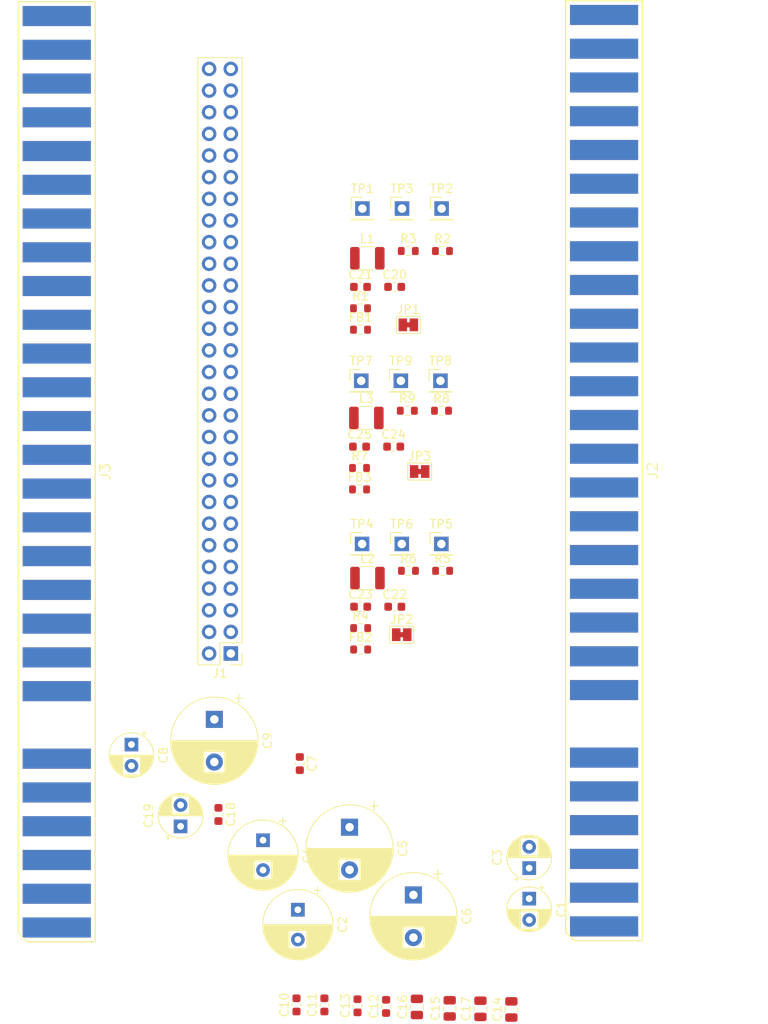
<source format=kicad_pcb>
(kicad_pcb (version 20201002) (generator pcbnew)
  (layers (0 "F.Cu" signal) (31 "B.Cu" signal) (34 "B.Paste" user) (35 "F.Paste" user) (36 "B.SilkS" user "B.Silkscreen") (37 "F.SilkS" user "F.Silkscreen") (38 "B.Mask" user) (39 "F.Mask" user) (44 "Edge.Cuts" user))
  (net 0 "")
  (net 1 "/VideoGnd")
  (net 2 "/VidRedIn")
  (net 3 "/VidRed")
  (net 4 "/VidGreenIn")
  (net 5 "/VidGreen")
  (net 6 "/VidBlueIn")
  (net 7 "/VidBlue")
  (net 8 "GND")
  (net 9 "+12V")
  (net 10 "+5V")
  (net 11 "-5V")
  (net 12 "Net-(J1-Pad56)")
  (net 13 "Net-(J1-Pad55)")
  (net 14 "Net-(J1-Pad54)")
  (net 15 "Net-(J1-Pad53)")
  (net 16 "Net-(J1-Pad52)")
  (net 17 "Net-(J1-Pad51)")
  (net 18 "Net-(J1-Pad50)")
  (net 19 "Net-(J1-Pad49)")
  (net 20 "Net-(J1-Pad48)")
  (net 21 "Net-(J1-Pad47)")
  (net 22 "Net-(J1-Pad46)")
  (net 23 "Net-(J1-Pad45)")
  (net 24 "Net-(J1-Pad44)")
  (net 25 "Net-(J1-Pad43)")
  (net 26 "Net-(J1-Pad42)")
  (net 27 "Net-(J1-Pad41)")
  (net 28 "Net-(J1-Pad40)")
  (net 29 "Net-(J1-Pad39)")
  (net 30 "Net-(J1-Pad38)")
  (net 31 "Net-(J1-Pad37)")
  (net 32 "Net-(J1-Pad36)")
  (net 33 "Net-(J1-Pad35)")
  (net 34 "Net-(J1-Pad34)")
  (net 35 "Net-(J1-Pad33)")
  (net 36 "Net-(J1-Pad32)")
  (net 37 "Net-(J1-Pad31)")
  (net 38 "Net-(J1-Pad30)")
  (net 39 "Net-(J1-Pad29)")
  (net 40 "Net-(J1-Pad28)")
  (net 41 "Net-(J1-Pad26)")
  (net 42 "Net-(J1-Pad22)")
  (net 43 "Net-(J1-Pad21)")
  (net 44 "Net-(J1-Pad20)")
  (net 45 "Net-(J1-Pad19)")
  (net 46 "Net-(J1-Pad18)")
  (net 47 "Net-(J1-Pad17)")
  (net 48 "Net-(J1-Pad16)")
  (net 49 "Net-(J1-Pad15)")
  (net 50 "Net-(J1-Pad14)")
  (net 51 "Net-(J1-Pad13)")
  (net 52 "Net-(J2-Padf)")
  (net 53 "Net-(J2-Pade)")
  (net 54 "Net-(J2-Padd)")
  (net 55 "Net-(J2-Padc)")
  (net 56 "Net-(J2-Padb)")
  (net 57 "Net-(J2-Pada)")
  (net 58 "Net-(J2-PadZ)")
  (net 59 "Net-(J2-PadY)")
  (net 60 "Net-(J2-PadX)")
  (net 61 "Net-(J2-PadW)")
  (net 62 "Net-(J2-PadV)")
  (net 63 "Net-(J2-PadU)")
  (net 64 "Net-(J2-PadT)")
  (net 65 "Net-(J2-PadS)")
  (net 66 "Net-(J2-PadR)")
  (net 67 "Net-(J2-PadP)")
  (net 68 "Net-(J2-PadM)")
  (net 69 "Net-(J2-PadL)")
  (net 70 "Net-(J2-PadK)")
  (net 71 "Net-(J2-PadJ)")
  (net 72 "Net-(J2-Pad28)")
  (net 73 "Net-(J2-Pad27)")
  (net 74 "Net-(J2-Pad26)")
  (net 75 "Net-(J2-Pad25)")
  (net 76 "Net-(J2-Pad24)")
  (net 77 "Net-(J2-Pad23)")
  (net 78 "Net-(J2-Pad22)")
  (net 79 "Net-(J2-Pad21)")
  (net 80 "Net-(J2-Pad20)")
  (net 81 "Net-(J2-Pad19)")
  (net 82 "Net-(J2-Pad18)")
  (net 83 "Net-(J2-Pad17)")
  (net 84 "Net-(J2-Pad16)")
  (net 85 "Net-(J2-Pad15)")
  (net 86 "Net-(J2-Pad11)")
  (net 87 "Net-(J2-Pad10)")
  (net 88 "Net-(J2-Pad9)")
  (net 89 "Net-(J2-Pad8)")
  (net 90 "Net-(J3-Padf)")
  (net 91 "Net-(J3-Pade)")
  (net 92 "Net-(J3-Padd)")
  (net 93 "Net-(J3-Padc)")
  (net 94 "Net-(J3-Padb)")
  (net 95 "Net-(J3-Pada)")
  (net 96 "Net-(J3-PadZ)")
  (net 97 "Net-(J3-PadY)")
  (net 98 "Net-(J3-PadX)")
  (net 99 "Net-(J3-PadW)")
  (net 100 "Net-(J3-PadV)")
  (net 101 "Net-(J3-PadU)")
  (net 102 "Net-(J3-PadT)")
  (net 103 "Net-(J3-PadS)")
  (net 104 "Net-(J3-PadR)")
  (net 105 "Net-(J3-PadP)")
  (net 106 "Net-(J3-PadM)")
  (net 107 "Net-(J3-PadL)")
  (net 108 "Net-(J3-PadK)")
  (net 109 "Net-(J3-PadJ)")
  (net 110 "Net-(J3-Pad28)")
  (net 111 "Net-(J3-Pad27)")
  (net 112 "Net-(J3-Pad26)")
  (net 113 "Net-(J3-Pad25)")
  (net 114 "Net-(J3-Pad24)")
  (net 115 "Net-(J3-Pad23)")
  (net 116 "Net-(J3-Pad22)")
  (net 117 "Net-(J3-Pad21)")
  (net 118 "Net-(J3-Pad20)")
  (net 119 "Net-(J3-Pad19)")
  (net 120 "Net-(J3-Pad18)")
  (net 121 "Net-(J3-Pad17)")
  (net 122 "Net-(J3-Pad16)")
  (net 123 "Net-(J3-Pad15)")
  (net 124 "Net-(J3-Pad11)")
  (net 125 "Net-(J3-Pad10)")
  (net 126 "Net-(J3-Pad9)")
  (net 127 "Net-(J3-Pad8)")
  (module "Capacitor_SMD:C_0805_2012Metric" (layer "F.Cu") (at 67.1322 194.437 90)
    (fp_text reference "C16" (at 0 -1.68 90) (layer "F.SilkS"))
    (fp_text value "C")
    (pad "1" smd roundrect (at -0.95 0 90) (size 1 1.45) (layers "F.Cu" "F.Paste" "F.Mask") (net 10 "+5V"))
    (pad "2" smd roundrect (at 0.95 0 90) (size 1 1.45) (layers "F.Cu" "F.Paste" "F.Mask") (net 8 "GND"))
  )
  (module "Capacitor_THT:CP_Radial_D5.0mm_P2.50mm" (layer "F.Cu") (at 33.6296 163.656 -90)
    (fp_text reference "C8" (at 1.25 -3.75 -90) (layer "F.SilkS"))
    (fp_text value "C_Polarized")
    (pad "1" thru_hole rect (at 0 0 270) (size 1.6 1.6) (drill 0.8) (layers *.Cu *.Mask) (net 9 "+12V"))
    (pad "2" thru_hole circle (at 2.5 0 270) (size 1.6 1.6) (drill 0.8) (layers *.Cu *.Mask) (net 8 "GND"))
  )
  (module "Connector_PinHeader_2.54mm:PinHeader_1x01_P2.54mm_Vertical" (layer "F.Cu") (at 70.0042 140.1318)
    (fp_text reference "TP5" (at 0 -2.33) (layer "F.SilkS"))
    (fp_text value "TestPoint")
    (pad "1" thru_hole rect (at 0 0) (size 1.7 1.7) (drill 1) (layers *.Cu *.Mask) (net 5 "/VidGreen"))
  )
  (module "Capacitor_SMD:C_0603_1608Metric" (layer "F.Cu") (at 64.5416 147.4914)
    (fp_text reference "C22" (at 0 -1.43) (layer "F.SilkS"))
    (fp_text value "C")
    (pad "1" smd roundrect (at -0.775 0) (size 0.9 0.95) (layers "F.Cu" "F.Paste" "F.Mask") (net 4 "/VidGreenIn"))
    (pad "2" smd roundrect (at 0.775 0) (size 0.9 0.95) (layers "F.Cu" "F.Paste" "F.Mask") (net 1 "/VideoGnd"))
  )
  (module "Connector_PinHeader_2.54mm:PinHeader_1x01_P2.54mm_Vertical" (layer "F.Cu") (at 65.2494 120.9894)
    (fp_text reference "TP9" (at 0 -2.33) (layer "F.SilkS"))
    (fp_text value "TestPoint")
    (pad "1" thru_hole rect (at 0 0) (size 1.7 1.7) (drill 1) (layers *.Cu *.Mask) (net 1 "/VideoGnd"))
  )
  (module "Resistor_SMD:R_0603_1608Metric" (layer "F.Cu") (at 70.1516 143.2814)
    (fp_text reference "R5" (at 0 -1.43) (layer "F.SilkS"))
    (fp_text value "R")
    (pad "1" smd roundrect (at -0.825 0) (size 0.8 0.95) (layers "F.Cu" "F.Paste" "F.Mask") (net 1 "/VideoGnd"))
    (pad "2" smd roundrect (at 0.825 0) (size 0.8 0.95) (layers "F.Cu" "F.Paste" "F.Mask") (net 4 "/VidGreenIn"))
  )
  (module "Capacitor_THT:CP_Radial_D8.0mm_P3.50mm" (layer "F.Cu") (at 49.0728 174.8828 -90)
    (fp_text reference "C4" (at 1.75 -5.25 90) (layer "F.SilkS"))
    (fp_text value "C_Polarized")
    (pad "1" thru_hole rect (at 0 0 270) (size 1.6 1.6) (drill 0.8) (layers *.Cu *.Mask) (net 10 "+5V"))
    (pad "2" thru_hole circle (at 3.5 0 270) (size 1.6 1.6) (drill 0.8) (layers *.Cu *.Mask) (net 8 "GND"))
  )
  (module "Capacitor_THT:CP_Radial_D5.0mm_P2.50mm" (layer "F.Cu") (at 39.3954 173.2572 90)
    (fp_text reference "C19" (at 1.25 -3.75 90) (layer "F.SilkS"))
    (fp_text value "C_Polarized")
    (pad "1" thru_hole rect (at 0 0 90) (size 1.6 1.6) (drill 0.8) (layers *.Cu *.Mask) (net 8 "GND"))
    (pad "2" thru_hole circle (at 2.5 0 90) (size 1.6 1.6) (drill 0.8) (layers *.Cu *.Mask) (net 11 "-5V"))
  )
  (module "Resistor_SMD:R_0603_1608Metric" (layer "F.Cu") (at 66.0112 124.501)
    (fp_text reference "R9" (at 0 -1.43) (layer "F.SilkS"))
    (fp_text value "R")
    (pad "1" smd roundrect (at -0.825 0) (size 0.8 0.95) (layers "F.Cu" "F.Paste" "F.Mask") (net 1 "/VideoGnd"))
    (pad "2" smd roundrect (at 0.825 0) (size 0.8 0.95) (layers "F.Cu" "F.Paste" "F.Mask") (net 7 "/VidBlue"))
  )
  (module "Connector_PinHeader_2.54mm:PinHeader_1x01_P2.54mm_Vertical" (layer "F.Cu") (at 65.3542 140.1318)
    (fp_text reference "TP6" (at 0 -2.33) (layer "F.SilkS"))
    (fp_text value "TestPoint")
    (pad "1" thru_hole rect (at 0 0) (size 1.7 1.7) (drill 1) (layers *.Cu *.Mask) (net 1 "/VideoGnd"))
  )
  (module "Resistor_SMD:R_0603_1608Metric" (layer "F.Cu") (at 60.4012 133.731)
    (fp_text reference "FB3" (at 0 -1.43) (layer "F.SilkS"))
    (fp_text value "FerriteBead")
    (pad "1" smd roundrect (at -0.825 0) (size 0.8 0.95) (layers "F.Cu" "F.Paste" "F.Mask") (net 6 "/VidBlueIn"))
    (pad "2" smd roundrect (at 0.825 0) (size 0.8 0.95) (layers "F.Cu" "F.Paste" "F.Mask") (net 7 "/VidBlue"))
  )
  (module "Resistor_SMD:R_0603_1608Metric" (layer "F.Cu") (at 66.1236 105.7656)
    (fp_text reference "R3" (at 0 -1.43) (layer "F.SilkS"))
    (fp_text value "R")
    (pad "1" smd roundrect (at -0.825 0) (size 0.8 0.95) (layers "F.Cu" "F.Paste" "F.Mask") (net 1 "/VideoGnd"))
    (pad "2" smd roundrect (at 0.825 0) (size 0.8 0.95) (layers "F.Cu" "F.Paste" "F.Mask") (net 3 "/VidRed"))
  )
  (module "Resistor_SMD:R_0603_1608Metric" (layer "F.Cu") (at 60.5136 112.4856)
    (fp_text reference "R1" (at 0 -1.43) (layer "F.SilkS"))
    (fp_text value "R")
    (pad "1" smd roundrect (at -0.825 0) (size 0.8 0.95) (layers "F.Cu" "F.Paste" "F.Mask") (net 2 "/VidRedIn"))
    (pad "2" smd roundrect (at 0.825 0) (size 0.8 0.95) (layers "F.Cu" "F.Paste" "F.Mask") (net 3 "/VidRed"))
  )
  (module "Resistor_SMD:R_0603_1608Metric" (layer "F.Cu") (at 70.0212 124.501)
    (fp_text reference "R8" (at 0 -1.43) (layer "F.SilkS"))
    (fp_text value "R")
    (pad "1" smd roundrect (at -0.825 0) (size 0.8 0.95) (layers "F.Cu" "F.Paste" "F.Mask") (net 1 "/VideoGnd"))
    (pad "2" smd roundrect (at 0.825 0) (size 0.8 0.95) (layers "F.Cu" "F.Paste" "F.Mask") (net 6 "/VidBlueIn"))
  )
  (module "Resistor_SMD:R_1210_3225Metric" (layer "F.Cu") (at 61.3316 144.1314)
    (fp_text reference "L2" (at 0 -2.28) (layer "F.SilkS"))
    (fp_text value "L")
    (pad "1" smd roundrect (at -1.4625 0) (size 1.125 2.65) (layers "F.Cu" "F.Paste" "F.Mask") (roundrect_rratio 0.222222) (net 4 "/VidGreenIn"))
    (pad "2" smd roundrect (at 1.4625 0) (size 1.125 2.65) (layers "F.Cu" "F.Paste" "F.Mask") (roundrect_rratio 0.222222) (net 5 "/VidGreen"))
  )
  (module "Capacitor_THT:CP_Radial_D10.0mm_P5.00mm" (layer "F.Cu") (at 43.3578 160.7096 -90)
    (fp_text reference "C9" (at 2.5 -6.25 90) (layer "F.SilkS"))
    (fp_text value "C_Polarized")
    (pad "1" thru_hole rect (at 0 0 270) (size 2 2) (drill 1) (layers *.Cu *.Mask) (net 9 "+12V"))
    (pad "2" thru_hole circle (at 5 0 270) (size 2 2) (drill 1) (layers *.Cu *.Mask) (net 8 "GND"))
  )
  (module "Resistor_SMD:R_0603_1608Metric" (layer "F.Cu") (at 66.1416 143.2814)
    (fp_text reference "R6" (at 0 -1.43) (layer "F.SilkS"))
    (fp_text value "R")
    (pad "1" smd roundrect (at -0.825 0) (size 0.8 0.95) (layers "F.Cu" "F.Paste" "F.Mask") (net 1 "/VideoGnd"))
    (pad "2" smd roundrect (at 0.825 0) (size 0.8 0.95) (layers "F.Cu" "F.Paste" "F.Mask") (net 5 "/VidGreen"))
  )
  (module "Capacitor_SMD:C_0805_2012Metric" (layer "F.Cu") (at 74.5912 194.657 90)
    (fp_text reference "C17" (at 0 -1.68 90) (layer "F.SilkS"))
    (fp_text value "C")
    (pad "1" smd roundrect (at -0.95 0 90) (size 1 1.45) (layers "F.Cu" "F.Paste" "F.Mask") (net 10 "+5V"))
    (pad "2" smd roundrect (at 0.95 0 90) (size 1 1.45) (layers "F.Cu" "F.Paste" "F.Mask") (net 8 "GND"))
  )
  (module "Capacitor_SMD:C_0603_1608Metric" (layer "F.Cu") (at 60.164 194.3014 90)
    (fp_text reference "C13" (at 0 -1.43 90) (layer "F.SilkS"))
    (fp_text value "C")
    (pad "1" smd roundrect (at -0.775 0 90) (size 0.9 0.95) (layers "F.Cu" "F.Paste" "F.Mask") (net 10 "+5V"))
    (pad "2" smd roundrect (at 0.775 0 90) (size 0.9 0.95) (layers "F.Cu" "F.Paste" "F.Mask") (net 8 "GND"))
  )
  (module "jamma:JAMMA-56" (layer "F.Cu") (at 108.1024 130.5306 90)
    (fp_text reference "J2" (at -1 -13.3 90) (layer "F.SilkS") (effects (font (size 1.2 1.2))))
    (fp_text value "Conn_02x28")
    (pad "1" smd rect (at -54.46 -19 90) (size 2.35 8) (layers "F.Cu" "F.Mask") (net 8 "GND"))
    (pad "2" smd rect (at -50.5 -19 90) (size 2.35 8) (layers "F.Cu" "F.Mask") (net 8 "GND"))
    (pad "3" smd rect (at -46.54 -19 90) (size 2.35 8) (layers "F.Cu" "F.Mask") (net 10 "+5V"))
    (pad "4" smd rect (at -42.58 -19 90) (size 2.35 8) (layers "F.Cu" "F.Mask") (net 10 "+5V"))
    (pad "5" smd rect (at -38.62 -19 90) (size 2.35 8) (layers "F.Cu" "F.Mask") (net 11 "-5V"))
    (pad "6" smd rect (at -34.66 -19 90) (size 2.35 8) (layers "F.Cu" "F.Mask") (net 9 "+12V"))
    (pad "8" smd rect (at -26.74 -19 90) (size 2.35 8) (layers "F.Cu" "F.Mask") (net 89 "Net-(J2-Pad8)"))
    (pad "9" smd rect (at -22.78 -19 90) (size 2.35 8) (layers "F.Cu" "F.Mask") (net 88 "Net-(J2-Pad9)"))
    (pad "10" smd rect (at -18.82 -19 90) (size 2.35 8) (layers "F.Cu" "F.Mask") (net 87 "Net-(J2-Pad10)"))
    (pad "11" smd rect (at -14.86 -19 90) (size 2.35 8) (layers "F.Cu" "F.Mask") (net 86 "Net-(J2-Pad11)"))
    (pad "12" smd rect (at -10.9 -19 90) (size 2.35 8) (layers "F.Cu" "F.Mask") (net 2 "/VidRedIn"))
    (pad "13" smd rect (at -6.94 -19 90) (size 2.35 8) (layers "F.Cu" "F.Mask") (net 6 "/VidBlueIn"))
    (pad "14" smd rect (at -2.98 -19 90) (size 2.35 8) (layers "F.Cu" "F.Mask") (net 1 "/VideoGnd"))
    (pad "15" smd rect (at 0.98 -19 90) (size 2.35 8) (layers "F.Cu" "F.Mask") (net 85 "Net-(J2-Pad15)"))
    (pad "16" smd rect (at 4.94 -19 90) (size 2.35 8) (layers "F.Cu" "F.Mask") (net 84 "Net-(J2-Pad16)"))
    (pad "17" smd rect (at 8.9 -19 90) (size 2.35 8) (layers "F.Cu" "F.Mask") (net 83 "Net-(J2-Pad17)"))
    (pad "18" smd rect (at 12.86 -19 90) (size 2.35 8) (layers "F.Cu" "F.Mask") (net 82 "Net-(J2-Pad18)"))
    (pad "19" smd rect (at 16.82 -19 90) (size 2.35 8) (layers "F.Cu" "F.Mask") (net 81 "Net-(J2-Pad19)"))
    (pad "20" smd rect (at 20.78 -19 90) (size 2.35 8) (layers "F.Cu" "F.Mask") (net 80 "Net-(J2-Pad20)"))
    (pad "21" smd rect (at 24.74 -19 90) (size 2.35 8) (layers "F.Cu" "F.Mask") (net 79 "Net-(J2-Pad21)"))
    (pad "22" smd rect (at 28.7 -19 90) (size 2.35 8) (layers "F.Cu" "F.Mask") (net 78 "Net-(J2-Pad22)"))
    (pad "23" smd rect (at 32.66 -19 90) (size 2.35 8) (layers "F.Cu" "F.Mask") (net 77 "Net-(J2-Pad23)"))
    (pad "24" smd rect (at 36.62 -19 90) (size 2.35 8) (layers "F.Cu" "F.Mask") (net 76 "Net-(J2-Pad24)"))
    (pad "25" smd rect (at 40.58 -19 90) (size 2.35 8) (layers "F.Cu" "F.Mask") (net 75 "Net-(J2-Pad25)"))
    (pad "26" smd rect (at 44.54 -19 90) (size 2.35 8) (layers "F.Cu" "F.Mask") (net 74 "Net-(J2-Pad26)"))
    (pad "27" smd rect (at 48.5 -19 90) (size 2.35 8) (layers "F.Cu" "F.Mask") (net 73 "Net-(J2-Pad27)"))
    (pad "28" smd rect (at 52.46 -19 90) (size 2.35 8) (layers "F.Cu" "F.Mask") (net 72 "Net-(J2-Pad28)"))
    (pad "A" smd rect (at -54.46 -19 90) (size 2.35 8) (layers "B.Cu" "B.Mask") (net 8 "GND"))
    (pad "B" smd rect (at -50.5 -19 90) (size 2.35 8) (layers "B.Cu" "B.Mask") (net 8 "GND"))
    (pad "C" smd rect (at -46.54 -19 90) (size 2.35 8) (layers "B.Cu" "B.Mask") (net 10 "+5V"))
    (pad "D" smd rect (at -42.58 -19 90) (size 2.35 8) (layers "B.Cu" "B.Mask") (net 10 "+5V"))
    (pad "E" smd rect (at -38.62 -19 90) (size 2.35 8) (layers "B.Cu" "B.Mask") (net 11 "-5V"))
    (pad "F" smd rect (at -34.66 -19 90) (size 2.35 8) (layers "B.Cu" "B.Mask") (net 9 "+12V"))
    (pad "J" smd rect (at -26.74 -19 90) (size 2.35 8) (layers "B.Cu" "B.Mask") (net 71 "Net-(J2-PadJ)"))
    (pad "K" smd rect (at -22.78 -19 90) (size 2.35 8) (layers "B.Cu" "B.Mask") (net 70 "Net-(J2-PadK)"))
    (pad "L" smd rect (at -18.82 -19 90) (size 2.35 8) (layers "B.Cu" "B.Mask") (net 69 "Net-(J2-PadL)"))
    (pad "M" smd rect (at -14.86 -19 90) (size 2.35 8) (layers "B.Cu" "B.Mask") (net 68 "Net-(J2-PadM)"))
    (pad "N" smd rect (at -10.9 -19 90) (size 2.35 8) (layers "B.Cu" "B.Mask") (net 4 "/VidGreenIn"))
    (pad "P" smd rect (at -6.94 -19 90) (size 2.35 8) (layers "B.Cu" "B.Mask") (net 67 "Net-(J2-PadP)"))
    (pad "R" smd rect (at -2.98 -19 90) (size 2.35 8) (layers "B.Cu" "B.Mask") (net 66 "Net-(J2-PadR)"))
    (pad "S" smd rect (at 0.98 -19 90) (size 2.35 8) (layers "B.Cu" "B.Mask") (net 65 "Net-(J2-PadS)"))
    (pad "T" smd rect (at 4.94 -19 90) (size 2.35 8) (layers "B.Cu" "B.Mask") (net 64 "Net-(J2-PadT)"))
    (pad "U" smd rect (at 8.9 -19 90) (size 2.35 8) (layers "B.Cu" "B.Mask") (net 63 "Net-(J2-PadU)"))
    (pad "V" smd rect (at 12.86 -19 90) (size 2.35 8) (layers "B.Cu" "B.Mask") (net 62 "Net-(J2-PadV)"))
    (pad "W" smd rect (at 16.82 -19 90) (size 2.35 8) (layers "B.Cu" "B.Mask") (net 61 "Net-(J2-PadW)"))
    (pad "X" smd rect (at 20.78 -19 90) (size 2.35 8) (layers "B.Cu" "B.Mask") (net 60 "Net-(J2-PadX)"))
    (pad "Y" smd rect (at 24.74 -19 90) (size 2.35 8) (layers "B.Cu" "B.Mask") (net 59 "Net-(J2-PadY)"))
    (pad "Z" smd rect (at 28.7 -19 90) (size 2.35 8) (layers "B.Cu" "B.Mask") (net 58 "Net-(J2-PadZ)"))
    (pad "a" smd rect (at 32.66 -19 90) (size 2.35 8) (layers "B.Cu" "B.Mask") (net 57 "Net-(J2-Pada)"))
    (pad "b" smd rect (at 36.62 -19 90) (size 2.35 8) (layers "B.Cu" "B.Mask") (net 56 "Net-(J2-Padb)"))
    (pad "c" smd rect (at 40.58 -19 90) (size 2.35 8) (layers "B.Cu" "B.Mask") (net 55 "Net-(J2-Padc)"))
    (pad "d" smd rect (at 44.54 -19 90) (size 2.35 8) (layers "B.Cu" "B.Mask") (net 54 "Net-(J2-Padd)"))
    (pad "e" smd rect (at 48.5 -19 90) (size 2.35 8) (layers "B.Cu" "B.Mask") (net 53 "Net-(J2-Pade)"))
    (pad "f" smd rect (at 52.46 -19 90) (size 2.35 8) (layers "B.Cu" "B.Mask") (net 52 "Net-(J2-Padf)"))
  )
  (module "Capacitor_SMD:C_0603_1608Metric" (layer "F.Cu") (at 53.0012 194.1998 90)
    (fp_text reference "C10" (at 0 -1.43 90) (layer "F.SilkS"))
    (fp_text value "C")
    (pad "1" smd roundrect (at -0.775 0 90) (size 0.9 0.95) (layers "F.Cu" "F.Paste" "F.Mask") (net 10 "+5V"))
    (pad "2" smd roundrect (at 0.775 0 90) (size 0.9 0.95) (layers "F.Cu" "F.Paste" "F.Mask") (net 8 "GND"))
  )
  (module "Resistor_SMD:R_0603_1608Metric" (layer "F.Cu") (at 60.5136 114.9956)
    (fp_text reference "FB1" (at 0 -1.43) (layer "F.SilkS"))
    (fp_text value "FerriteBead")
    (pad "1" smd roundrect (at -0.825 0) (size 0.8 0.95) (layers "F.Cu" "F.Paste" "F.Mask") (net 2 "/VidRedIn"))
    (pad "2" smd roundrect (at 0.825 0) (size 0.8 0.95) (layers "F.Cu" "F.Paste" "F.Mask") (net 3 "/VidRed"))
  )
  (module "Capacitor_SMD:C_0603_1608Metric" (layer "F.Cu") (at 53.3908 165.8874 -90)
    (fp_text reference "C7" (at 0 -1.43 90) (layer "F.SilkS"))
    (fp_text value "C")
    (pad "1" smd roundrect (at -0.775 0 270) (size 0.9 0.95) (layers "F.Cu" "F.Paste" "F.Mask") (net 9 "+12V"))
    (pad "2" smd roundrect (at 0.775 0 270) (size 0.9 0.95) (layers "F.Cu" "F.Paste" "F.Mask") (net 8 "GND"))
  )
  (module "Connector_PinHeader_2.54mm:PinHeader_1x01_P2.54mm_Vertical" (layer "F.Cu") (at 60.7042 140.1318)
    (fp_text reference "TP4" (at 0 -2.33) (layer "F.SilkS"))
    (fp_text value "TestPoint")
    (pad "1" thru_hole rect (at 0 0) (size 1.7 1.7) (drill 1) (layers *.Cu *.Mask) (net 4 "/VidGreenIn"))
  )
  (module "Resistor_SMD:R_0603_1608Metric" (layer "F.Cu") (at 70.1336 105.7656)
    (fp_text reference "R2" (at 0 -1.43) (layer "F.SilkS"))
    (fp_text value "R")
    (pad "1" smd roundrect (at -0.825 0) (size 0.8 0.95) (layers "F.Cu" "F.Paste" "F.Mask") (net 1 "/VideoGnd"))
    (pad "2" smd roundrect (at 0.825 0) (size 0.8 0.95) (layers "F.Cu" "F.Paste" "F.Mask") (net 2 "/VidRedIn"))
  )
  (module "Capacitor_THT:CP_Radial_D10.0mm_P5.00mm" (layer "F.Cu") (at 59.2328 173.355 -90)
    (fp_text reference "C5" (at 2.5 -6.25 90) (layer "F.SilkS"))
    (fp_text value "C_Polarized")
    (pad "1" thru_hole rect (at 0 0 270) (size 2 2) (drill 1) (layers *.Cu *.Mask) (net 10 "+5V"))
    (pad "2" thru_hole circle (at 5 0 270) (size 2 2) (drill 1) (layers *.Cu *.Mask) (net 8 "GND"))
  )
  (module "Capacitor_THT:CP_Radial_D5.0mm_P2.50mm" (layer "F.Cu") (at 80.3148 178.1556 90)
    (fp_text reference "C3" (at 1.25 -3.75 90) (layer "F.SilkS"))
    (fp_text value "C_Polarized")
    (pad "1" thru_hole rect (at 0 0 90) (size 1.6 1.6) (drill 0.8) (layers *.Cu *.Mask) (net 10 "+5V"))
    (pad "2" thru_hole circle (at 2.5 0 90) (size 1.6 1.6) (drill 0.8) (layers *.Cu *.Mask) (net 8 "GND"))
  )
  (module "Capacitor_THT:CP_Radial_D5.0mm_P2.50mm" (layer "F.Cu") (at 80.3148 181.737 -90)
    (fp_text reference "C1" (at 1.25 -3.75 -90) (layer "F.SilkS"))
    (fp_text value "C_Polarized")
    (pad "1" thru_hole rect (at 0 0 270) (size 1.6 1.6) (drill 0.8) (layers *.Cu *.Mask) (net 10 "+5V"))
    (pad "2" thru_hole circle (at 2.5 0 270) (size 1.6 1.6) (drill 0.8) (layers *.Cu *.Mask) (net 8 "GND"))
  )
  (module "Connector_PinHeader_2.54mm:PinHeader_1x01_P2.54mm_Vertical" (layer "F.Cu") (at 60.5994 120.9894)
    (fp_text reference "TP7" (at 0 -2.33) (layer "F.SilkS"))
    (fp_text value "TestPoint")
    (pad "1" thru_hole rect (at 0 0) (size 1.7 1.7) (drill 1) (layers *.Cu *.Mask) (net 6 "/VidBlueIn"))
  )
  (module "Resistor_SMD:R_1210_3225Metric" (layer "F.Cu") (at 61.2012 125.351)
    (fp_text reference "L3" (at 0 -2.28) (layer "F.SilkS"))
    (fp_text value "L")
    (pad "1" smd roundrect (at -1.4625 0) (size 1.125 2.65) (layers "F.Cu" "F.Paste" "F.Mask") (roundrect_rratio 0.222222) (net 6 "/VidBlueIn"))
    (pad "2" smd roundrect (at 1.4625 0) (size 1.125 2.65) (layers "F.Cu" "F.Paste" "F.Mask") (roundrect_rratio 0.222222) (net 7 "/VidBlue"))
  )
  (module "jamma:JAMMA-56" (layer "F.Cu") (at 43.8658 130.6576 90)
    (fp_text reference "J3" (at -1 -13.3 90) (layer "F.SilkS") (effects (font (size 1.2 1.2))))
    (fp_text value "Conn_02x28")
    (pad "1" smd rect (at -54.46 -19 90) (size 2.35 8) (layers "F.Cu" "F.Mask") (net 8 "GND"))
    (pad "2" smd rect (at -50.5 -19 90) (size 2.35 8) (layers "F.Cu" "F.Mask") (net 8 "GND"))
    (pad "3" smd rect (at -46.54 -19 90) (size 2.35 8) (layers "F.Cu" "F.Mask") (net 10 "+5V"))
    (pad "4" smd rect (at -42.58 -19 90) (size 2.35 8) (layers "F.Cu" "F.Mask") (net 10 "+5V"))
    (pad "5" smd rect (at -38.62 -19 90) (size 2.35 8) (layers "F.Cu" "F.Mask") (net 11 "-5V"))
    (pad "6" smd rect (at -34.66 -19 90) (size 2.35 8) (layers "F.Cu" "F.Mask") (net 9 "+12V"))
    (pad "8" smd rect (at -26.74 -19 90) (size 2.35 8) (layers "F.Cu" "F.Mask") (net 127 "Net-(J3-Pad8)"))
    (pad "9" smd rect (at -22.78 -19 90) (size 2.35 8) (layers "F.Cu" "F.Mask") (net 126 "Net-(J3-Pad9)"))
    (pad "10" smd rect (at -18.82 -19 90) (size 2.35 8) (layers "F.Cu" "F.Mask") (net 125 "Net-(J3-Pad10)"))
    (pad "11" smd rect (at -14.86 -19 90) (size 2.35 8) (layers "F.Cu" "F.Mask") (net 124 "Net-(J3-Pad11)"))
    (pad "12" smd rect (at -10.9 -19 90) (size 2.35 8) (layers "F.Cu" "F.Mask") (net 3 "/VidRed"))
    (pad "13" smd rect (at -6.94 -19 90) (size 2.35 8) (layers "F.Cu" "F.Mask") (net 7 "/VidBlue"))
    (pad "14" smd rect (at -2.98 -19 90) (size 2.35 8) (layers "F.Cu" "F.Mask") (net 1 "/VideoGnd"))
    (pad "15" smd rect (at 0.98 -19 90) (size 2.35 8) (layers "F.Cu" "F.Mask") (net 123 "Net-(J3-Pad15)"))
    (pad "16" smd rect (at 4.94 -19 90) (size 2.35 8) (layers "F.Cu" "F.Mask") (net 122 "Net-(J3-Pad16)"))
    (pad "17" smd rect (at 8.9 -19 90) (size 2.35 8) (layers "F.Cu" "F.Mask") (net 121 "Net-(J3-Pad17)"))
    (pad "18" smd rect (at 12.86 -19 90) (size 2.35 8) (layers "F.Cu" "F.Mask") (net 120 "Net-(J3-Pad18)"))
    (pad "19" smd rect (at 16.82 -19 90) (size 2.35 8) (layers "F.Cu" "F.Mask") (net 119 "Net-(J3-Pad19)"))
    (pad "20" smd rect (at 20.78 -19 90) (size 2.35 8) (layers "F.Cu" "F.Mask") (net 118 "Net-(J3-Pad20)"))
    (pad "21" smd rect (at 24.74 -19 90) (size 2.35 8) (layers "F.Cu" "F.Mask") (net 117 "Net-(J3-Pad21)"))
    (pad "22" smd rect (at 28.7 -19 90) (size 2.35 8) (layers "F.Cu" "F.Mask") (net 116 "Net-(J3-Pad22)"))
    (pad "23" smd rect (at 32.66 -19 90) (size 2.35 8) (layers "F.Cu" "F.Mask") (net 115 "Net-(J3-Pad23)"))
    (pad "24" smd rect (at 36.62 -19 90) (size 2.35 8) (layers "F.Cu" "F.Mask") (net 114 "Net-(J3-Pad24)"))
    (pad "25" smd rect (at 40.58 -19 90) (size 2.35 8) (layers "F.Cu" "F.Mask") (net 113 "Net-(J3-Pad25)"))
    (pad "26" smd rect (at 44.54 -19 90) (size 2.35 8) (layers "F.Cu" "F.Mask") (net 112 "Net-(J3-Pad26)"))
    (pad "27" smd rect (at 48.5 -19 90) (size 2.35 8) (layers "F.Cu" "F.Mask") (net 111 "Net-(J3-Pad27)"))
    (pad "28" smd rect (at 52.46 -19 90) (size 2.35 8) (layers "F.Cu" "F.Mask") (net 110 "Net-(J3-Pad28)"))
    (pad "A" smd rect (at -54.46 -19 90) (size 2.35 8) (layers "B.Cu" "B.Mask") (net 8 "GND"))
    (pad "B" smd rect (at -50.5 -19 90) (size 2.35 8) (layers "B.Cu" "B.Mask") (net 8 "GND"))
    (pad "C" smd rect (at -46.54 -19 90) (size 2.35 8) (layers "B.Cu" "B.Mask") (net 10 "+5V"))
    (pad "D" smd rect (at -42.58 -19 90) (size 2.35 8) (layers "B.Cu" "B.Mask") (net 10 "+5V"))
    (pad "E" smd rect (at -38.62 -19 90) (size 2.35 8) (layers "B.Cu" "B.Mask") (net 11 "-5V"))
    (pad "F" smd rect (at -34.66 -19 90) (size 2.35 8) (layers "B.Cu" "B.Mask") (net 9 "+12V"))
    (pad "J" smd rect (at -26.74 -19 90) (size 2.35 8) (layers "B.Cu" "B.Mask") (net 109 "Net-(J3-PadJ)"))
    (pad "K" smd rect (at -22.78 -19 90) (size 2.35 8) (layers "B.Cu" "B.Mask") (net 108 "Net-(J3-PadK)"))
    (pad "L" smd rect (at -18.82 -19 90) (size 2.35 8) (layers "B.Cu" "B.Mask") (net 107 "Net-(J3-PadL)"))
    (pad "M" smd rect (at -14.86 -19 90) (size 2.35 8) (layers "B.Cu" "B.Mask") (net 106 "Net-(J3-PadM)"))
    (pad "N" smd rect (at -10.9 -19 90) (size 2.35 8) (layers "B.Cu" "B.Mask") (net 5 "/VidGreen"))
    (pad "P" smd rect (at -6.94 -19 90) (size 2.35 8) (layers "B.Cu" "B.Mask") (net 105 "Net-(J3-PadP)"))
    (pad "R" smd rect (at -2.98 -19 90) (size 2.35 8) (layers "B.Cu" "B.Mask") (net 104 "Net-(J3-PadR)"))
    (pad "S" smd rect (at 0.98 -19 90) (size 2.35 8) (layers "B.Cu" "B.Mask") (net 103 "Net-(J3-PadS)"))
    (pad "T" smd rect (at 4.94 -19 90) (size 2.35 8) (layers "B.Cu" "B.Mask") (net 102 "Net-(J3-PadT)"))
    (pad "U" smd rect (at 8.9 -19 90) (size 2.35 8) (layers "B.Cu" "B.Mask") (net 101 "Net-(J3-PadU)"))
    (pad "V" smd rect (at 12.86 -19 90) (size 2.35 8) (layers "B.Cu" "B.Mask") (net 100 "Net-(J3-PadV)"))
    (pad "W" smd rect (at 16.82 -19 90) (size 2.35 8) (layers "B.Cu" "B.Mask") (net 99 "Net-(J3-PadW)"))
    (pad "X" smd rect (at 20.78 -19 90) (size 2.35 8) (layers "B.Cu" "B.Mask") (net 98 "Net-(J3-PadX)"))
    (pad "Y" smd rect (at 24.74 -19 90) (size 2.35 8) (layers "B.Cu" "B.Mask") (net 97 "Net-(J3-PadY)"))
    (pad "Z" smd rect (at 28.7 -19 90) (size 2.35 8) (layers "B.Cu" "B.Mask") (net 96 "Net-(J3-PadZ)"))
    (pad "a" smd rect (at 32.66 -19 90) (size 2.35 8) (layers "B.Cu" "B.Mask") (net 95 "Net-(J3-Pada)"))
    (pad "b" smd rect (at 36.62 -19 90) (size 2.35 8) (layers "B.Cu" "B.Mask") (net 94 "Net-(J3-Padb)"))
    (pad "c" smd rect (at 40.58 -19 90) (size 2.35 8) (layers "B.Cu" "B.Mask") (net 93 "Net-(J3-Padc)"))
    (pad "d" smd rect (at 44.54 -19 90) (size 2.35 8) (layers "B.Cu" "B.Mask") (net 92 "Net-(J3-Padd)"))
    (pad "e" smd rect (at 48.5 -19 90) (size 2.35 8) (layers "B.Cu" "B.Mask") (net 91 "Net-(J3-Pade)"))
    (pad "f" smd rect (at 52.46 -19 90) (size 2.35 8) (layers "B.Cu" "B.Mask") (net 90 "Net-(J3-Padf)"))
  )
  (module "Connector_PinHeader_2.54mm:PinHeader_1x01_P2.54mm_Vertical" (layer "F.Cu") (at 60.737 100.7872)
    (fp_text reference "TP1" (at 0 -2.33) (layer "F.SilkS"))
    (fp_text value "TestPoint")
    (pad "1" thru_hole rect (at 0 0) (size 1.7 1.7) (drill 1) (layers *.Cu *.Mask) (net 2 "/VidRedIn"))
  )
  (module "Capacitor_SMD:C_0603_1608Metric" (layer "F.Cu") (at 60.5136 109.9756)
    (fp_text reference "C21" (at 0 -1.43) (layer "F.SilkS"))
    (fp_text value "C")
    (pad "1" smd roundrect (at -0.775 0) (size 0.9 0.95) (layers "F.Cu" "F.Paste" "F.Mask") (net 3 "/VidRed"))
    (pad "2" smd roundrect (at 0.775 0) (size 0.9 0.95) (layers "F.Cu" "F.Paste" "F.Mask") (net 1 "/VideoGnd"))
  )
  (module "Capacitor_SMD:C_0603_1608Metric" (layer "F.Cu") (at 64.5236 109.9756)
    (fp_text reference "C20" (at 0 -1.43) (layer "F.SilkS"))
    (fp_text value "C")
    (pad "1" smd roundrect (at -0.775 0) (size 0.9 0.95) (layers "F.Cu" "F.Paste" "F.Mask") (net 2 "/VidRedIn"))
    (pad "2" smd roundrect (at 0.775 0) (size 0.9 0.95) (layers "F.Cu" "F.Paste" "F.Mask") (net 1 "/VideoGnd"))
  )
  (module "Connector_PinHeader_2.54mm:PinHeader_1x01_P2.54mm_Vertical" (layer "F.Cu") (at 69.8994 120.9894)
    (fp_text reference "TP8" (at 0 -2.33) (layer "F.SilkS"))
    (fp_text value "TestPoint")
    (pad "1" thru_hole rect (at 0 0) (size 1.7 1.7) (drill 1) (layers *.Cu *.Mask) (net 7 "/VidBlue"))
  )
  (module "Jumper:SolderJumper-2_P1.3mm_Bridged_Pad1.0x1.5mm" (layer "F.Cu") (at 65.3542 150.7744)
    (fp_text reference "JP2" (at 0 -1.8) (layer "F.SilkS"))
    (fp_text value "SolderJumper_2_Bridged")
    (fp_poly (pts (xy -0.25 -0.3) (xy 0.25 -0.3) (xy 0.25 0.3) (xy -0.25 0.3)) (layer "F.Cu") (width 0))
    (pad "1" smd rect (at -0.65 0) (size 1 1.5) (layers "F.Cu" "F.Mask") (net 4 "/VidGreenIn"))
    (pad "2" smd rect (at 0.65 0) (size 1 1.5) (layers "F.Cu" "F.Mask") (net 5 "/VidGreen"))
  )
  (module "Capacitor_THT:CP_Radial_D8.0mm_P3.50mm" (layer "F.Cu") (at 53.1622 183.0362 -90)
    (fp_text reference "C2" (at 1.75 -5.25 -90) (layer "F.SilkS"))
    (fp_text value "C_Polarized")
    (pad "1" thru_hole rect (at 0 0 270) (size 1.6 1.6) (drill 0.8) (layers *.Cu *.Mask) (net 10 "+5V"))
    (pad "2" thru_hole circle (at 3.5 0 270) (size 1.6 1.6) (drill 0.8) (layers *.Cu *.Mask) (net 8 "GND"))
  )
  (module "Capacitor_SMD:C_0603_1608Metric" (layer "F.Cu") (at 60.5316 147.4914)
    (fp_text reference "C23" (at 0 -1.43) (layer "F.SilkS"))
    (fp_text value "C")
    (pad "1" smd roundrect (at -0.775 0) (size 0.9 0.95) (layers "F.Cu" "F.Paste" "F.Mask") (net 5 "/VidGreen"))
    (pad "2" smd roundrect (at 0.775 0) (size 0.9 0.95) (layers "F.Cu" "F.Paste" "F.Mask") (net 1 "/VideoGnd"))
  )
  (module "Resistor_SMD:R_0603_1608Metric" (layer "F.Cu") (at 60.4012 131.221)
    (fp_text reference "R7" (at 0 -1.43) (layer "F.SilkS"))
    (fp_text value "R")
    (pad "1" smd roundrect (at -0.825 0) (size 0.8 0.95) (layers "F.Cu" "F.Paste" "F.Mask") (net 6 "/VidBlueIn"))
    (pad "2" smd roundrect (at 0.825 0) (size 0.8 0.95) (layers "F.Cu" "F.Paste" "F.Mask") (net 7 "/VidBlue"))
  )
  (module "Capacitor_SMD:C_0603_1608Metric" (layer "F.Cu") (at 43.8404 171.8602 -90)
    (fp_text reference "C18" (at 0 -1.43 -90) (layer "F.SilkS"))
    (fp_text value "C")
    (pad "1" smd roundrect (at -0.775 0 270) (size 0.9 0.95) (layers "F.Cu" "F.Paste" "F.Mask") (net 11 "-5V"))
    (pad "2" smd roundrect (at 0.775 0 270) (size 0.9 0.95) (layers "F.Cu" "F.Paste" "F.Mask") (net 8 "GND"))
  )
  (module "Capacitor_SMD:C_0805_2012Metric" (layer "F.Cu") (at 78.2234 194.7332 90)
    (fp_text reference "C14" (at 0 -1.68 90) (layer "F.SilkS"))
    (fp_text value "C")
    (pad "1" smd roundrect (at -0.95 0 90) (size 1 1.45) (layers "F.Cu" "F.Paste" "F.Mask") (net 10 "+5V"))
    (pad "2" smd roundrect (at 0.95 0 90) (size 1 1.45) (layers "F.Cu" "F.Paste" "F.Mask") (net 8 "GND"))
  )
  (module "Capacitor_SMD:C_0603_1608Metric" (layer "F.Cu") (at 60.4012 128.711)
    (fp_text reference "C25" (at 0 -1.43) (layer "F.SilkS"))
    (fp_text value "C")
    (pad "1" smd roundrect (at -0.775 0) (size 0.9 0.95) (layers "F.Cu" "F.Paste" "F.Mask") (net 7 "/VidBlue"))
    (pad "2" smd roundrect (at 0.775 0) (size 0.9 0.95) (layers "F.Cu" "F.Paste" "F.Mask") (net 1 "/VideoGnd"))
  )
  (module "Resistor_SMD:R_1210_3225Metric" (layer "F.Cu") (at 61.3136 106.6156)
    (fp_text reference "L1" (at 0 -2.28) (layer "F.SilkS"))
    (fp_text value "L")
    (pad "1" smd roundrect (at -1.4625 0) (size 1.125 2.65) (layers "F.Cu" "F.Paste" "F.Mask") (roundrect_rratio 0.222222) (net 2 "/VidRedIn"))
    (pad "2" smd roundrect (at 1.4625 0) (size 1.125 2.65) (layers "F.Cu" "F.Paste" "F.Mask") (roundrect_rratio 0.222222) (net 3 "/VidRed"))
  )
  (module "Capacitor_SMD:C_0603_1608Metric" (layer "F.Cu") (at 56.2778 194.1998 90)
    (fp_text reference "C11" (at 0 -1.43 90) (layer "F.SilkS"))
    (fp_text value "C")
    (pad "1" smd roundrect (at -0.775 0 90) (size 0.9 0.95) (layers "F.Cu" "F.Paste" "F.Mask") (net 10 "+5V"))
    (pad "2" smd roundrect (at 0.775 0 90) (size 0.9 0.95) (layers "F.Cu" "F.Paste" "F.Mask") (net 8 "GND"))
  )
  (module "Connector_PinHeader_2.54mm:PinHeader_1x01_P2.54mm_Vertical" (layer "F.Cu") (at 70.037 100.7872)
    (fp_text reference "TP2" (at 0 -2.33) (layer "F.SilkS"))
    (fp_text value "TestPoint")
    (pad "1" thru_hole rect (at 0 0) (size 1.7 1.7) (drill 1) (layers *.Cu *.Mask) (net 3 "/VidRed"))
  )
  (module "Capacitor_SMD:C_0805_2012Metric" (layer "F.Cu") (at 70.9844 194.6062 90)
    (fp_text reference "C15" (at 0 -1.68 90) (layer "F.SilkS"))
    (fp_text value "C")
    (pad "1" smd roundrect (at -0.95 0 90) (size 1 1.45) (layers "F.Cu" "F.Paste" "F.Mask") (net 10 "+5V"))
    (pad "2" smd roundrect (at 0.95 0 90) (size 1 1.45) (layers "F.Cu" "F.Paste" "F.Mask") (net 8 "GND"))
  )
  (module "Jumper:SolderJumper-2_P1.3mm_Bridged_Pad1.0x1.5mm" (layer "F.Cu") (at 67.4592 131.632)
    (fp_text reference "JP3" (at 0 -1.8) (layer "F.SilkS"))
    (fp_text value "SolderJumper_2_Bridged")
    (fp_poly (pts (xy -0.25 -0.3) (xy 0.25 -0.3) (xy 0.25 0.3) (xy -0.25 0.3)) (layer "F.Cu") (width 0))
    (pad "1" smd rect (at -0.65 0) (size 1 1.5) (layers "F.Cu" "F.Mask") (net 6 "/VidBlueIn"))
    (pad "2" smd rect (at 0.65 0) (size 1 1.5) (layers "F.Cu" "F.Mask") (net 7 "/VidBlue"))
  )
  (module "Capacitor_SMD:C_0603_1608Metric" (layer "F.Cu") (at 64.4112 128.711)
    (fp_text reference "C24" (at 0 -1.43) (layer "F.SilkS"))
    (fp_text value "C")
    (pad "1" smd roundrect (at -0.775 0) (size 0.9 0.95) (layers "F.Cu" "F.Paste" "F.Mask") (net 6 "/VidBlueIn"))
    (pad "2" smd roundrect (at 0.775 0) (size 0.9 0.95) (layers "F.Cu" "F.Paste" "F.Mask") (net 1 "/VideoGnd"))
  )
  (module "Connector_PinHeader_2.54mm:PinHeader_1x01_P2.54mm_Vertical" (layer "F.Cu") (at 65.387 100.7872)
    (fp_text reference "TP3" (at 0 -2.33) (layer "F.SilkS"))
    (fp_text value "TestPoint")
    (pad "1" thru_hole rect (at 0 0) (size 1.7 1.7) (drill 1) (layers *.Cu *.Mask) (net 1 "/VideoGnd"))
  )
  (module "Capacitor_THT:CP_Radial_D10.0mm_P5.00mm" (layer "F.Cu") (at 66.7258 181.3052 -90)
    (fp_text reference "C6" (at 2.5 -6.25 90) (layer "F.SilkS"))
    (fp_text value "C_Polarized")
    (pad "1" thru_hole rect (at 0 0 270) (size 2 2) (drill 1) (layers *.Cu *.Mask) (net 10 "+5V"))
    (pad "2" thru_hole circle (at 5 0 270) (size 2 2) (drill 1) (layers *.Cu *.Mask) (net 8 "GND"))
  )
  (module "Connector_PinHeader_2.54mm:PinHeader_2x28_P2.54mm_Vertical" (layer "F.Cu") (at 45.2882 152.9842 180)
    (fp_text reference "J1" (at 1.27 -2.33) (layer "F.SilkS"))
    (fp_text value "Conn_02x28_Odd_Even")
    (pad "1" thru_hole rect (at 0 0 180) (size 1.7 1.7) (drill 1) (layers *.Cu *.Mask) (net 8 "GND"))
    (pad "2" thru_hole oval (at 2.54 0 180) (size 1.7 1.7) (drill 1) (layers *.Cu *.Mask) (net 8 "GND"))
    (pad "3" thru_hole oval (at 0 2.54 180) (size 1.7 1.7) (drill 1) (layers *.Cu *.Mask) (net 8 "GND"))
    (pad "4" thru_hole oval (at 2.54 2.54 180) (size 1.7 1.7) (drill 1) (layers *.Cu *.Mask) (net 8 "GND"))
    (pad "5" thru_hole oval (at 0 5.08 180) (size 1.7 1.7) (drill 1) (layers *.Cu *.Mask) (net 10 "+5V"))
    (pad "6" thru_hole oval (at 2.54 5.08 180) (size 1.7 1.7) (drill 1) (layers *.Cu *.Mask) (net 10 "+5V"))
    (pad "7" thru_hole oval (at 0 7.62 180) (size 1.7 1.7) (drill 1) (layers *.Cu *.Mask) (net 10 "+5V"))
    (pad "8" thru_hole oval (at 2.54 7.62 180) (size 1.7 1.7) (drill 1) (layers *.Cu *.Mask) (net 10 "+5V"))
    (pad "9" thru_hole oval (at 0 10.16 180) (size 1.7 1.7) (drill 1) (layers *.Cu *.Mask) (net 11 "-5V"))
    (pad "10" thru_hole oval (at 2.54 10.16 180) (size 1.7 1.7) (drill 1) (layers *.Cu *.Mask) (net 11 "-5V"))
    (pad "11" thru_hole oval (at 0 12.7 180) (size 1.7 1.7) (drill 1) (layers *.Cu *.Mask) (net 9 "+12V"))
    (pad "12" thru_hole oval (at 2.54 12.7 180) (size 1.7 1.7) (drill 1) (layers *.Cu *.Mask) (net 9 "+12V"))
    (pad "13" thru_hole oval (at 0 15.24 180) (size 1.7 1.7) (drill 1) (layers *.Cu *.Mask) (net 51 "Net-(J1-Pad13)"))
    (pad "14" thru_hole oval (at 2.54 15.24 180) (size 1.7 1.7) (drill 1) (layers *.Cu *.Mask) (net 50 "Net-(J1-Pad14)"))
    (pad "15" thru_hole oval (at 0 17.78 180) (size 1.7 1.7) (drill 1) (layers *.Cu *.Mask) (net 49 "Net-(J1-Pad15)"))
    (pad "16" thru_hole oval (at 2.54 17.78 180) (size 1.7 1.7) (drill 1) (layers *.Cu *.Mask) (net 48 "Net-(J1-Pad16)"))
    (pad "17" thru_hole oval (at 0 20.32 180) (size 1.7 1.7) (drill 1) (layers *.Cu *.Mask) (net 47 "Net-(J1-Pad17)"))
    (pad "18" thru_hole oval (at 2.54 20.32 180) (size 1.7 1.7) (drill 1) (layers *.Cu *.Mask) (net 46 "Net-(J1-Pad18)"))
    (pad "19" thru_hole oval (at 0 22.86 180) (size 1.7 1.7) (drill 1) (layers *.Cu *.Mask) (net 45 "Net-(J1-Pad19)"))
    (pad "20" thru_hole oval (at 2.54 22.86 180) (size 1.7 1.7) (drill 1) (layers *.Cu *.Mask) (net 44 "Net-(J1-Pad20)"))
    (pad "21" thru_hole oval (at 0 25.4 180) (size 1.7 1.7) (drill 1) (layers *.Cu *.Mask) (net 43 "Net-(J1-Pad21)"))
    (pad "22" thru_hole oval (at 2.54 25.4 180) (size 1.7 1.7) (drill 1) (layers *.Cu *.Mask) (net 42 "Net-(J1-Pad22)"))
    (pad "23" thru_hole oval (at 0 27.94 180) (size 1.7 1.7) (drill 1) (layers *.Cu *.Mask) (net 3 "/VidRed"))
    (pad "24" thru_hole oval (at 2.54 27.94 180) (size 1.7 1.7) (drill 1) (layers *.Cu *.Mask) (net 5 "/VidGreen"))
    (pad "25" thru_hole oval (at 0 30.48 180) (size 1.7 1.7) (drill 1) (layers *.Cu *.Mask) (net 7 "/VidBlue"))
    (pad "26" thru_hole oval (at 2.54 30.48 180) (size 1.7 1.7) (drill 1) (layers *.Cu *.Mask) (net 41 "Net-(J1-Pad26)"))
    (pad "27" thru_hole oval (at 0 33.02 180) (size 1.7 1.7) (drill 1) (layers *.Cu *.Mask) (net 1 "/VideoGnd"))
    (pad "28" thru_hole oval (at 2.54 33.02 180) (size 1.7 1.7) (drill 1) (layers *.Cu *.Mask) (net 40 "Net-(J1-Pad28)"))
    (pad "29" thru_hole oval (at 0 35.56 180) (size 1.7 1.7) (drill 1) (layers *.Cu *.Mask) (net 39 "Net-(J1-Pad29)"))
    (pad "30" thru_hole oval (at 2.54 35.56 180) (size 1.7 1.7) (drill 1) (layers *.Cu *.Mask) (net 38 "Net-(J1-Pad30)"))
    (pad "31" thru_hole oval (at 0 38.1 180) (size 1.7 1.7) (drill 1) (layers *.Cu *.Mask) (net 37 "Net-(J1-Pad31)"))
    (pad "32" thru_hole oval (at 2.54 38.1 180) (size 1.7 1.7) (drill 1) (layers *.Cu *.Mask) (net 36 "Net-(J1-Pad32)"))
    (pad "33" thru_hole oval (at 0 40.64 180) (size 1.7 1.7) (drill 1) (layers *.Cu *.Mask) (net 35 "Net-(J1-Pad33)"))
    (pad "34" thru_hole oval (at 2.54 40.64 180) (size 1.7 1.7) (drill 1) (layers *.Cu *.Mask) (net 34 "Net-(J1-Pad34)"))
    (pad "35" thru_hole oval (at 0 43.18 180) (size 1.7 1.7) (drill 1) (layers *.Cu *.Mask) (net 33 "Net-(J1-Pad35)"))
    (pad "36" thru_hole oval (at 2.54 43.18 180) (size 1.7 1.7) (drill 1) (layers *.Cu *.Mask) (net 32 "Net-(J1-Pad36)"))
    (pad "37" thru_hole oval (at 0 45.72 180) (size 1.7 1.7) (drill 1) (layers *.Cu *.Mask) (net 31 "Net-(J1-Pad37)"))
    (pad "38" thru_hole oval (at 2.54 45.72 180) (size 1.7 1.7) (drill 1) (layers *.Cu *.Mask) (net 30 "Net-(J1-Pad38)"))
    (pad "39" thru_hole oval (at 0 48.26 180) (size 1.7 1.7) (drill 1) (layers *.Cu *.Mask) (net 29 "Net-(J1-Pad39)"))
    (pad "40" thru_hole oval (at 2.54 48.26 180) (size 1.7 1.7) (drill 1) (layers *.Cu *.Mask) (net 28 "Net-(J1-Pad40)"))
    (pad "41" thru_hole oval (at 0 50.8 180) (size 1.7 1.7) (drill 1) (layers *.Cu *.Mask) (net 27 "Net-(J1-Pad41)"))
    (pad "42" thru_hole oval (at 2.54 50.8 180) (size 1.7 1.7) (drill 1) (layers *.Cu *.Mask) (net 26 "Net-(J1-Pad42)"))
    (pad "43" thru_hole oval (at 0 53.34 180) (size 1.7 1.7) (drill 1) (layers *.Cu *.Mask) (net 25 "Net-(J1-Pad43)"))
    (pad "44" thru_hole oval (at 2.54 53.34 180) (size 1.7 1.7) (drill 1) (layers *.Cu *.Mask) (net 24 "Net-(J1-Pad44)"))
    (pad "45" thru_hole oval (at 0 55.88 180) (size 1.7 1.7) (drill 1) (layers *.Cu *.Mask) (net 23 "Net-(J1-Pad45)"))
    (pad "46" thru_hole oval (at 2.54 55.88 180) (size 1.7 1.7) (drill 1) (layers *.Cu *.Mask) (net 22 "Net-(J1-Pad46)"))
    (pad "47" thru_hole oval (at 0 58.42 180) (size 1.7 1.7) (drill 1) (layers *.Cu *.Mask) (net 21 "Net-(J1-Pad47)"))
    (pad "48" thru_hole oval (at 2.54 58.42 180) (size 1.7 1.7) (drill 1) (layers *.Cu *.Mask) (net 20 "Net-(J1-Pad48)"))
    (pad "49" thru_hole oval (at 0 60.96 180) (size 1.7 1.7) (drill 1) (layers *.Cu *.Mask) (net 19 "Net-(J1-Pad49)"))
    (pad "50" thru_hole oval (at 2.54 60.96 180) (size 1.7 1.7) (drill 1) (layers *.Cu *.Mask) (net 18 "Net-(J1-Pad50)"))
    (pad "51" thru_hole oval (at 0 63.5 180) (size 1.7 1.7) (drill 1) (layers *.Cu *.Mask) (net 17 "Net-(J1-Pad51)"))
    (pad "52" thru_hole oval (at 2.54 63.5 180) (size 1.7 1.7) (drill 1) (layers *.Cu *.Mask) (net 16 "Net-(J1-Pad52)"))
    (pad "53" thru_hole oval (at 0 66.04 180) (size 1.7 1.7) (drill 1) (layers *.Cu *.Mask) (net 15 "Net-(J1-Pad53)"))
    (pad "54" thru_hole oval (at 2.54 66.04 180) (size 1.7 1.7) (drill 1) (layers *.Cu *.Mask) (net 14 "Net-(J1-Pad54)"))
    (pad "55" thru_hole oval (at 0 68.58 180) (size 1.7 1.7) (drill 1) (layers *.Cu *.Mask) (net 13 "Net-(J1-Pad55)"))
    (pad "56" thru_hole oval (at 2.54 68.58 180) (size 1.7 1.7) (drill 1) (layers *.Cu *.Mask) (net 12 "Net-(J1-Pad56)"))
  )
  (module "Jumper:SolderJumper-2_P1.3mm_Bridged_Pad1.0x1.5mm" (layer "F.Cu") (at 66.1312 114.427)
    (fp_text reference "JP1" (at 0 -1.8) (layer "F.SilkS"))
    (fp_text value "SolderJumper_2_Bridged")
    (fp_poly (pts (xy -0.25 -0.3) (xy 0.25 -0.3) (xy 0.25 0.3) (xy -0.25 0.3)) (layer "F.Cu") (width 0))
    (pad "1" smd rect (at -0.65 0) (size 1 1.5) (layers "F.Cu" "F.Mask") (net 2 "/VidRedIn"))
    (pad "2" smd rect (at 0.65 0) (size 1 1.5) (layers "F.Cu" "F.Mask") (net 3 "/VidRed"))
  )
  (module "Resistor_SMD:R_0603_1608Metric" (layer "F.Cu") (at 60.5316 152.5114)
    (fp_text reference "FB2" (at 0 -1.43) (layer "F.SilkS"))
    (fp_text value "FerriteBead")
    (pad "1" smd roundrect (at -0.825 0) (size 0.8 0.95) (layers "F.Cu" "F.Paste" "F.Mask") (net 4 "/VidGreenIn"))
    (pad "2" smd roundrect (at 0.825 0) (size 0.8 0.95) (layers "F.Cu" "F.Paste" "F.Mask") (net 5 "/VidGreen"))
  )
  (module "Resistor_SMD:R_0603_1608Metric" (layer "F.Cu") (at 60.5316 150.0014)
    (fp_text reference "R4" (at 0 -1.43) (layer "F.SilkS"))
    (fp_text value "R")
    (pad "1" smd roundrect (at -0.825 0) (size 0.8 0.95) (layers "F.Cu" "F.Paste" "F.Mask") (net 4 "/VidGreenIn"))
    (pad "2" smd roundrect (at 0.825 0) (size 0.8 0.95) (layers "F.Cu" "F.Paste" "F.Mask") (net 5 "/VidGreen"))
  )
  (module "Capacitor_SMD:C_0603_1608Metric" (layer "F.Cu") (at 63.5168 194.3776 90)
    (fp_text reference "C12" (at 0 -1.43 90) (layer "F.SilkS"))
    (fp_text value "C")
    (pad "1" smd roundrect (at -0.775 0 90) (size 0.9 0.95) (layers "F.Cu" "F.Paste" "F.Mask") (net 10 "+5V"))
    (pad "2" smd roundrect (at 0.775 0 90) (size 0.9 0.95) (layers "F.Cu" "F.Paste" "F.Mask") (net 8 "GND"))
  )
)
</source>
